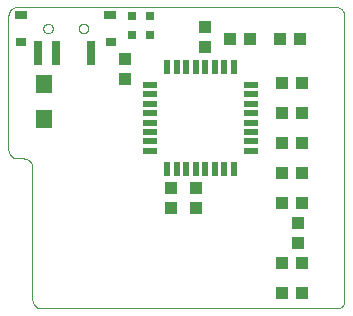
<source format=gtp>
G75*
%MOIN*%
%OFA0B0*%
%FSLAX25Y25*%
%IPPOS*%
%LPD*%
%AMOC8*
5,1,8,0,0,1.08239X$1,22.5*
%
%ADD10C,0.00000*%
%ADD11R,0.03937X0.04331*%
%ADD12R,0.04331X0.03937*%
%ADD13R,0.02200X0.05000*%
%ADD14R,0.05000X0.02200*%
%ADD15R,0.03150X0.03150*%
%ADD16R,0.05512X0.06299*%
%ADD17R,0.03150X0.07874*%
%ADD18R,0.03543X0.03150*%
%ADD19R,0.03937X0.03150*%
D10*
X0086078Y0053500D02*
X0086185Y0053498D01*
X0086292Y0053492D01*
X0086399Y0053483D01*
X0086505Y0053469D01*
X0086611Y0053452D01*
X0086716Y0053431D01*
X0086820Y0053407D01*
X0086923Y0053378D01*
X0087025Y0053346D01*
X0087126Y0053311D01*
X0087226Y0053272D01*
X0087324Y0053229D01*
X0087421Y0053183D01*
X0087516Y0053133D01*
X0087609Y0053080D01*
X0087700Y0053024D01*
X0087789Y0052964D01*
X0087876Y0052902D01*
X0087960Y0052836D01*
X0088043Y0052767D01*
X0088122Y0052696D01*
X0088199Y0052621D01*
X0088274Y0052544D01*
X0088345Y0052465D01*
X0088414Y0052382D01*
X0088480Y0052298D01*
X0088542Y0052211D01*
X0088602Y0052122D01*
X0088658Y0052031D01*
X0088711Y0051938D01*
X0088761Y0051843D01*
X0088807Y0051746D01*
X0088850Y0051648D01*
X0088889Y0051548D01*
X0088924Y0051447D01*
X0088956Y0051345D01*
X0088985Y0051242D01*
X0089009Y0051138D01*
X0089030Y0051033D01*
X0089047Y0050927D01*
X0089061Y0050821D01*
X0089070Y0050714D01*
X0089076Y0050607D01*
X0089078Y0050500D01*
X0089078Y0006500D01*
X0089080Y0006393D01*
X0089086Y0006286D01*
X0089095Y0006179D01*
X0089109Y0006073D01*
X0089126Y0005967D01*
X0089147Y0005862D01*
X0089171Y0005758D01*
X0089200Y0005655D01*
X0089232Y0005553D01*
X0089267Y0005452D01*
X0089306Y0005352D01*
X0089349Y0005254D01*
X0089395Y0005157D01*
X0089445Y0005062D01*
X0089498Y0004969D01*
X0089554Y0004878D01*
X0089614Y0004789D01*
X0089676Y0004702D01*
X0089742Y0004618D01*
X0089811Y0004535D01*
X0089882Y0004456D01*
X0089957Y0004379D01*
X0090034Y0004304D01*
X0090113Y0004233D01*
X0090196Y0004164D01*
X0090280Y0004098D01*
X0090367Y0004036D01*
X0090456Y0003976D01*
X0090547Y0003920D01*
X0090640Y0003867D01*
X0090735Y0003817D01*
X0090832Y0003771D01*
X0090930Y0003728D01*
X0091030Y0003689D01*
X0091131Y0003654D01*
X0091233Y0003622D01*
X0091336Y0003593D01*
X0091440Y0003569D01*
X0091545Y0003548D01*
X0091651Y0003531D01*
X0091757Y0003517D01*
X0091864Y0003508D01*
X0091971Y0003502D01*
X0092078Y0003500D01*
X0190578Y0003500D01*
X0190676Y0003502D01*
X0190774Y0003508D01*
X0190872Y0003517D01*
X0190969Y0003531D01*
X0191066Y0003548D01*
X0191162Y0003569D01*
X0191257Y0003594D01*
X0191351Y0003622D01*
X0191443Y0003655D01*
X0191535Y0003690D01*
X0191625Y0003730D01*
X0191713Y0003772D01*
X0191800Y0003819D01*
X0191884Y0003868D01*
X0191967Y0003921D01*
X0192047Y0003977D01*
X0192126Y0004037D01*
X0192202Y0004099D01*
X0192275Y0004164D01*
X0192346Y0004232D01*
X0192414Y0004303D01*
X0192479Y0004376D01*
X0192541Y0004452D01*
X0192601Y0004531D01*
X0192657Y0004611D01*
X0192710Y0004694D01*
X0192759Y0004778D01*
X0192806Y0004865D01*
X0192848Y0004953D01*
X0192888Y0005043D01*
X0192923Y0005135D01*
X0192956Y0005227D01*
X0192984Y0005321D01*
X0193009Y0005416D01*
X0193030Y0005512D01*
X0193047Y0005609D01*
X0193061Y0005706D01*
X0193070Y0005804D01*
X0193076Y0005902D01*
X0193078Y0006000D01*
X0193078Y0101000D01*
X0193076Y0101107D01*
X0193070Y0101214D01*
X0193061Y0101321D01*
X0193047Y0101427D01*
X0193030Y0101533D01*
X0193009Y0101638D01*
X0192985Y0101742D01*
X0192956Y0101845D01*
X0192924Y0101947D01*
X0192889Y0102048D01*
X0192850Y0102148D01*
X0192807Y0102246D01*
X0192761Y0102343D01*
X0192711Y0102438D01*
X0192658Y0102531D01*
X0192602Y0102622D01*
X0192542Y0102711D01*
X0192480Y0102798D01*
X0192414Y0102882D01*
X0192345Y0102965D01*
X0192274Y0103044D01*
X0192199Y0103121D01*
X0192122Y0103196D01*
X0192043Y0103267D01*
X0191960Y0103336D01*
X0191876Y0103402D01*
X0191789Y0103464D01*
X0191700Y0103524D01*
X0191609Y0103580D01*
X0191516Y0103633D01*
X0191421Y0103683D01*
X0191324Y0103729D01*
X0191226Y0103772D01*
X0191126Y0103811D01*
X0191025Y0103846D01*
X0190923Y0103878D01*
X0190820Y0103907D01*
X0190716Y0103931D01*
X0190611Y0103952D01*
X0190505Y0103969D01*
X0190399Y0103983D01*
X0190292Y0103992D01*
X0190185Y0103998D01*
X0190078Y0104000D01*
X0084120Y0104000D01*
X0084011Y0103998D01*
X0083903Y0103992D01*
X0083795Y0103983D01*
X0083687Y0103969D01*
X0083580Y0103952D01*
X0083474Y0103931D01*
X0083368Y0103906D01*
X0083263Y0103877D01*
X0083160Y0103844D01*
X0083057Y0103808D01*
X0082956Y0103769D01*
X0082857Y0103725D01*
X0082759Y0103678D01*
X0082663Y0103628D01*
X0082568Y0103574D01*
X0082476Y0103517D01*
X0082386Y0103457D01*
X0082298Y0103393D01*
X0082212Y0103327D01*
X0082129Y0103257D01*
X0082048Y0103185D01*
X0081970Y0103109D01*
X0081894Y0103031D01*
X0081822Y0102950D01*
X0081752Y0102867D01*
X0081686Y0102781D01*
X0081622Y0102693D01*
X0081562Y0102603D01*
X0081505Y0102511D01*
X0081451Y0102416D01*
X0081401Y0102320D01*
X0081354Y0102222D01*
X0081310Y0102123D01*
X0081271Y0102022D01*
X0081235Y0101919D01*
X0081202Y0101816D01*
X0081173Y0101711D01*
X0081148Y0101605D01*
X0081127Y0101499D01*
X0081110Y0101392D01*
X0081096Y0101284D01*
X0081087Y0101176D01*
X0081081Y0101068D01*
X0081079Y0100959D01*
X0081078Y0100959D02*
X0081078Y0056500D01*
X0081080Y0056393D01*
X0081086Y0056286D01*
X0081095Y0056179D01*
X0081109Y0056073D01*
X0081126Y0055967D01*
X0081147Y0055862D01*
X0081171Y0055758D01*
X0081200Y0055655D01*
X0081232Y0055553D01*
X0081267Y0055452D01*
X0081306Y0055352D01*
X0081349Y0055254D01*
X0081395Y0055157D01*
X0081445Y0055062D01*
X0081498Y0054969D01*
X0081554Y0054878D01*
X0081614Y0054789D01*
X0081676Y0054702D01*
X0081742Y0054618D01*
X0081811Y0054535D01*
X0081882Y0054456D01*
X0081957Y0054379D01*
X0082034Y0054304D01*
X0082113Y0054233D01*
X0082196Y0054164D01*
X0082280Y0054098D01*
X0082367Y0054036D01*
X0082456Y0053976D01*
X0082547Y0053920D01*
X0082640Y0053867D01*
X0082735Y0053817D01*
X0082832Y0053771D01*
X0082930Y0053728D01*
X0083030Y0053689D01*
X0083131Y0053654D01*
X0083233Y0053622D01*
X0083336Y0053593D01*
X0083440Y0053569D01*
X0083545Y0053548D01*
X0083651Y0053531D01*
X0083757Y0053517D01*
X0083864Y0053508D01*
X0083971Y0053502D01*
X0084078Y0053500D01*
X0086078Y0053500D01*
X0092722Y0096804D02*
X0092724Y0096883D01*
X0092730Y0096962D01*
X0092740Y0097041D01*
X0092754Y0097119D01*
X0092771Y0097196D01*
X0092793Y0097272D01*
X0092818Y0097347D01*
X0092848Y0097420D01*
X0092880Y0097492D01*
X0092917Y0097563D01*
X0092957Y0097631D01*
X0093000Y0097697D01*
X0093046Y0097761D01*
X0093096Y0097823D01*
X0093149Y0097882D01*
X0093204Y0097938D01*
X0093263Y0097992D01*
X0093324Y0098042D01*
X0093387Y0098090D01*
X0093453Y0098134D01*
X0093521Y0098175D01*
X0093591Y0098212D01*
X0093662Y0098246D01*
X0093736Y0098276D01*
X0093810Y0098302D01*
X0093886Y0098324D01*
X0093963Y0098343D01*
X0094041Y0098358D01*
X0094119Y0098369D01*
X0094198Y0098376D01*
X0094277Y0098379D01*
X0094356Y0098378D01*
X0094435Y0098373D01*
X0094514Y0098364D01*
X0094592Y0098351D01*
X0094669Y0098334D01*
X0094746Y0098314D01*
X0094821Y0098289D01*
X0094895Y0098261D01*
X0094968Y0098229D01*
X0095038Y0098194D01*
X0095107Y0098155D01*
X0095174Y0098112D01*
X0095239Y0098066D01*
X0095301Y0098018D01*
X0095361Y0097966D01*
X0095418Y0097911D01*
X0095472Y0097853D01*
X0095523Y0097793D01*
X0095571Y0097730D01*
X0095616Y0097665D01*
X0095658Y0097597D01*
X0095696Y0097528D01*
X0095730Y0097457D01*
X0095761Y0097384D01*
X0095789Y0097309D01*
X0095812Y0097234D01*
X0095832Y0097157D01*
X0095848Y0097080D01*
X0095860Y0097001D01*
X0095868Y0096923D01*
X0095872Y0096844D01*
X0095872Y0096764D01*
X0095868Y0096685D01*
X0095860Y0096607D01*
X0095848Y0096528D01*
X0095832Y0096451D01*
X0095812Y0096374D01*
X0095789Y0096299D01*
X0095761Y0096224D01*
X0095730Y0096151D01*
X0095696Y0096080D01*
X0095658Y0096011D01*
X0095616Y0095943D01*
X0095571Y0095878D01*
X0095523Y0095815D01*
X0095472Y0095755D01*
X0095418Y0095697D01*
X0095361Y0095642D01*
X0095301Y0095590D01*
X0095239Y0095542D01*
X0095174Y0095496D01*
X0095107Y0095453D01*
X0095038Y0095414D01*
X0094968Y0095379D01*
X0094895Y0095347D01*
X0094821Y0095319D01*
X0094746Y0095294D01*
X0094669Y0095274D01*
X0094592Y0095257D01*
X0094514Y0095244D01*
X0094435Y0095235D01*
X0094356Y0095230D01*
X0094277Y0095229D01*
X0094198Y0095232D01*
X0094119Y0095239D01*
X0094041Y0095250D01*
X0093963Y0095265D01*
X0093886Y0095284D01*
X0093810Y0095306D01*
X0093736Y0095332D01*
X0093662Y0095362D01*
X0093591Y0095396D01*
X0093521Y0095433D01*
X0093453Y0095474D01*
X0093387Y0095518D01*
X0093324Y0095566D01*
X0093263Y0095616D01*
X0093204Y0095670D01*
X0093149Y0095726D01*
X0093096Y0095785D01*
X0093046Y0095847D01*
X0093000Y0095911D01*
X0092957Y0095977D01*
X0092917Y0096045D01*
X0092880Y0096116D01*
X0092848Y0096188D01*
X0092818Y0096261D01*
X0092793Y0096336D01*
X0092771Y0096412D01*
X0092754Y0096489D01*
X0092740Y0096567D01*
X0092730Y0096646D01*
X0092724Y0096725D01*
X0092722Y0096804D01*
X0104533Y0096804D02*
X0104535Y0096883D01*
X0104541Y0096962D01*
X0104551Y0097041D01*
X0104565Y0097119D01*
X0104582Y0097196D01*
X0104604Y0097272D01*
X0104629Y0097347D01*
X0104659Y0097420D01*
X0104691Y0097492D01*
X0104728Y0097563D01*
X0104768Y0097631D01*
X0104811Y0097697D01*
X0104857Y0097761D01*
X0104907Y0097823D01*
X0104960Y0097882D01*
X0105015Y0097938D01*
X0105074Y0097992D01*
X0105135Y0098042D01*
X0105198Y0098090D01*
X0105264Y0098134D01*
X0105332Y0098175D01*
X0105402Y0098212D01*
X0105473Y0098246D01*
X0105547Y0098276D01*
X0105621Y0098302D01*
X0105697Y0098324D01*
X0105774Y0098343D01*
X0105852Y0098358D01*
X0105930Y0098369D01*
X0106009Y0098376D01*
X0106088Y0098379D01*
X0106167Y0098378D01*
X0106246Y0098373D01*
X0106325Y0098364D01*
X0106403Y0098351D01*
X0106480Y0098334D01*
X0106557Y0098314D01*
X0106632Y0098289D01*
X0106706Y0098261D01*
X0106779Y0098229D01*
X0106849Y0098194D01*
X0106918Y0098155D01*
X0106985Y0098112D01*
X0107050Y0098066D01*
X0107112Y0098018D01*
X0107172Y0097966D01*
X0107229Y0097911D01*
X0107283Y0097853D01*
X0107334Y0097793D01*
X0107382Y0097730D01*
X0107427Y0097665D01*
X0107469Y0097597D01*
X0107507Y0097528D01*
X0107541Y0097457D01*
X0107572Y0097384D01*
X0107600Y0097309D01*
X0107623Y0097234D01*
X0107643Y0097157D01*
X0107659Y0097080D01*
X0107671Y0097001D01*
X0107679Y0096923D01*
X0107683Y0096844D01*
X0107683Y0096764D01*
X0107679Y0096685D01*
X0107671Y0096607D01*
X0107659Y0096528D01*
X0107643Y0096451D01*
X0107623Y0096374D01*
X0107600Y0096299D01*
X0107572Y0096224D01*
X0107541Y0096151D01*
X0107507Y0096080D01*
X0107469Y0096011D01*
X0107427Y0095943D01*
X0107382Y0095878D01*
X0107334Y0095815D01*
X0107283Y0095755D01*
X0107229Y0095697D01*
X0107172Y0095642D01*
X0107112Y0095590D01*
X0107050Y0095542D01*
X0106985Y0095496D01*
X0106918Y0095453D01*
X0106849Y0095414D01*
X0106779Y0095379D01*
X0106706Y0095347D01*
X0106632Y0095319D01*
X0106557Y0095294D01*
X0106480Y0095274D01*
X0106403Y0095257D01*
X0106325Y0095244D01*
X0106246Y0095235D01*
X0106167Y0095230D01*
X0106088Y0095229D01*
X0106009Y0095232D01*
X0105930Y0095239D01*
X0105852Y0095250D01*
X0105774Y0095265D01*
X0105697Y0095284D01*
X0105621Y0095306D01*
X0105547Y0095332D01*
X0105473Y0095362D01*
X0105402Y0095396D01*
X0105332Y0095433D01*
X0105264Y0095474D01*
X0105198Y0095518D01*
X0105135Y0095566D01*
X0105074Y0095616D01*
X0105015Y0095670D01*
X0104960Y0095726D01*
X0104907Y0095785D01*
X0104857Y0095847D01*
X0104811Y0095911D01*
X0104768Y0095977D01*
X0104728Y0096045D01*
X0104691Y0096116D01*
X0104659Y0096188D01*
X0104629Y0096261D01*
X0104604Y0096336D01*
X0104582Y0096412D01*
X0104565Y0096489D01*
X0104551Y0096567D01*
X0104541Y0096646D01*
X0104535Y0096725D01*
X0104533Y0096804D01*
D11*
X0119778Y0086646D03*
X0119778Y0079954D03*
X0146675Y0090626D03*
X0146675Y0097319D03*
X0171698Y0093213D03*
X0178390Y0093213D03*
X0178925Y0078750D03*
X0172232Y0078750D03*
X0172232Y0068750D03*
X0178925Y0068750D03*
X0178925Y0058750D03*
X0172232Y0058750D03*
X0172232Y0048750D03*
X0178925Y0048750D03*
X0178925Y0038750D03*
X0172232Y0038750D03*
X0143601Y0036849D03*
X0143601Y0043542D03*
X0172232Y0018750D03*
X0178925Y0018750D03*
X0178925Y0008750D03*
X0172232Y0008750D03*
D12*
X0177528Y0025454D03*
X0177528Y0032146D03*
X0135278Y0036854D03*
X0135278Y0043546D03*
X0154841Y0093256D03*
X0161534Y0093256D03*
D13*
X0156155Y0083926D03*
X0153006Y0083926D03*
X0149856Y0083926D03*
X0146706Y0083926D03*
X0143557Y0083926D03*
X0140407Y0083926D03*
X0137258Y0083926D03*
X0134108Y0083926D03*
X0134108Y0050126D03*
X0137258Y0050126D03*
X0140407Y0050126D03*
X0143557Y0050126D03*
X0146706Y0050126D03*
X0149856Y0050126D03*
X0153006Y0050126D03*
X0156155Y0050126D03*
D14*
X0162032Y0056002D03*
X0162032Y0059152D03*
X0162032Y0062301D03*
X0162032Y0065451D03*
X0162032Y0068600D03*
X0162032Y0071750D03*
X0162032Y0074900D03*
X0162032Y0078049D03*
X0128232Y0078049D03*
X0128232Y0074900D03*
X0128232Y0071750D03*
X0128232Y0068600D03*
X0128232Y0065451D03*
X0128232Y0062301D03*
X0128232Y0059152D03*
X0128232Y0056002D03*
D15*
X0128323Y0094526D03*
X0122418Y0094526D03*
X0122371Y0101009D03*
X0128277Y0101009D03*
D16*
X0092828Y0078406D03*
X0092828Y0066594D03*
D17*
X0091057Y0088536D03*
X0096962Y0088536D03*
X0108773Y0088536D03*
D18*
X0115163Y0092375D03*
X0085242Y0092375D03*
D19*
X0085439Y0101233D03*
X0114966Y0101233D03*
M02*

</source>
